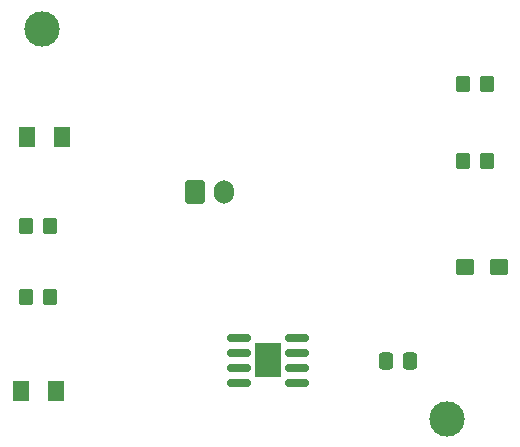
<source format=gbr>
%TF.GenerationSoftware,KiCad,Pcbnew,7.0.8*%
%TF.CreationDate,2023-10-16T22:27:31-07:00*%
%TF.ProjectId,Lab2,4c616232-2e6b-4696-9361-645f70636258,rev?*%
%TF.SameCoordinates,Original*%
%TF.FileFunction,Soldermask,Top*%
%TF.FilePolarity,Negative*%
%FSLAX46Y46*%
G04 Gerber Fmt 4.6, Leading zero omitted, Abs format (unit mm)*
G04 Created by KiCad (PCBNEW 7.0.8) date 2023-10-16 22:27:31*
%MOMM*%
%LPD*%
G01*
G04 APERTURE LIST*
G04 Aperture macros list*
%AMRoundRect*
0 Rectangle with rounded corners*
0 $1 Rounding radius*
0 $2 $3 $4 $5 $6 $7 $8 $9 X,Y pos of 4 corners*
0 Add a 4 corners polygon primitive as box body*
4,1,4,$2,$3,$4,$5,$6,$7,$8,$9,$2,$3,0*
0 Add four circle primitives for the rounded corners*
1,1,$1+$1,$2,$3*
1,1,$1+$1,$4,$5*
1,1,$1+$1,$6,$7*
1,1,$1+$1,$8,$9*
0 Add four rect primitives between the rounded corners*
20,1,$1+$1,$2,$3,$4,$5,0*
20,1,$1+$1,$4,$5,$6,$7,0*
20,1,$1+$1,$6,$7,$8,$9,0*
20,1,$1+$1,$8,$9,$2,$3,0*%
G04 Aperture macros list end*
%ADD10RoundRect,0.250001X-0.462499X-0.624999X0.462499X-0.624999X0.462499X0.624999X-0.462499X0.624999X0*%
%ADD11RoundRect,0.150000X-0.825000X-0.150000X0.825000X-0.150000X0.825000X0.150000X-0.825000X0.150000X0*%
%ADD12R,2.290000X3.000000*%
%ADD13RoundRect,0.250000X-0.537500X-0.425000X0.537500X-0.425000X0.537500X0.425000X-0.537500X0.425000X0*%
%ADD14RoundRect,0.250000X-0.337500X-0.475000X0.337500X-0.475000X0.337500X0.475000X-0.337500X0.475000X0*%
%ADD15C,3.000000*%
%ADD16O,1.700000X2.000000*%
%ADD17RoundRect,0.250000X-0.600000X-0.750000X0.600000X-0.750000X0.600000X0.750000X-0.600000X0.750000X0*%
%ADD18RoundRect,0.250000X-0.350000X-0.450000X0.350000X-0.450000X0.350000X0.450000X-0.350000X0.450000X0*%
G04 APERTURE END LIST*
D10*
%TO.C,D2*%
X18525000Y-51000000D03*
X21500000Y-51000000D03*
%TD*%
D11*
%TO.C,U1*%
X37000000Y-46500000D03*
X37000000Y-47770000D03*
X37000000Y-49040000D03*
X37000000Y-50310000D03*
X41950000Y-50310000D03*
X41950000Y-49040000D03*
X41950000Y-47770000D03*
X41950000Y-46500000D03*
D12*
X39475000Y-48405000D03*
%TD*%
D13*
%TO.C,C1*%
X59000000Y-40500000D03*
X56125000Y-40500000D03*
%TD*%
D14*
%TO.C,C2*%
X49425000Y-48500000D03*
X51500000Y-48500000D03*
%TD*%
D15*
%TO.C,REF\u002A\u002A*%
X54610000Y-53340000D03*
%TD*%
D16*
%TO.C,J1*%
X35747500Y-34160000D03*
D17*
X33247500Y-34160000D03*
%TD*%
D18*
%TO.C,R4*%
X19000000Y-43000000D03*
X21000000Y-43000000D03*
%TD*%
%TO.C,R3*%
X21000000Y-37000000D03*
X19000000Y-37000000D03*
%TD*%
D10*
%TO.C,D1*%
X19025000Y-29500000D03*
X22000000Y-29500000D03*
%TD*%
D15*
%TO.C,REF\u002A\u002A*%
X20320000Y-20320000D03*
%TD*%
D18*
%TO.C,R2*%
X58000000Y-31500000D03*
X56000000Y-31500000D03*
%TD*%
%TO.C,R1*%
X58000000Y-25000000D03*
X56000000Y-25000000D03*
%TD*%
M02*

</source>
